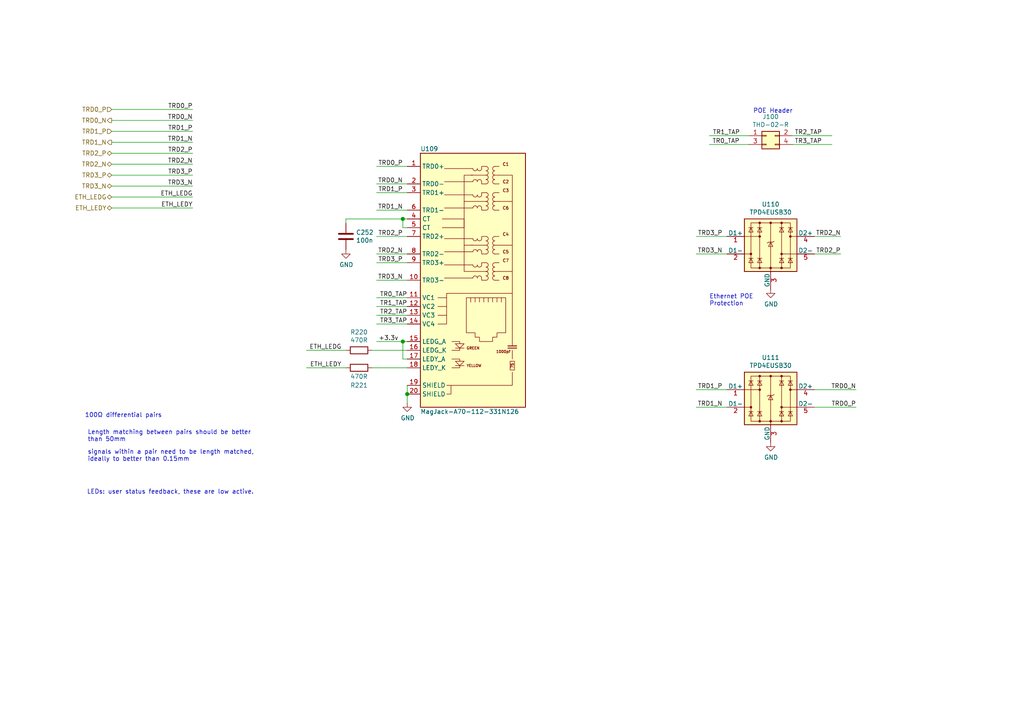
<source format=kicad_sch>
(kicad_sch (version 20210126) (generator eeschema)
  (paper "A4")
  (lib_symbols
    (symbol "CM4IO:MagJack-A70-112-331N126"
      (property "Reference" "U" (at 0 0 0))
      (property "Value" "MagJack-A70-112-331N126" (at 0 0 0))
      (symbol "MagJack-A70-112-331N126_0_1"
        (polyline (pts (xy 1.27 40.64) (xy -5.08 40.64) (xy -5.08 48.26) (xy -2.54 48.26) (xy -5.08 48.26)))
        (polyline (pts (xy 1.27 60.96) (xy -5.08 60.96) (xy -5.08 68.58) (xy -2.54 68.58) (xy -5.08 68.58)))
      )
      (symbol "MagJack-A70-112-331N126_1_1"
        (arc (start -1.27 38.735) (end -2.54 38.735) (radius (at -1.905 38.735) (length 0.635) (angles 0.1 179.9)))
        (arc (start -2.54 42.545) (end -1.27 42.545) (radius (at -1.905 42.545) (length 0.635) (angles -179.9 -0.1)))
        (arc (start -1.27 46.355) (end -2.54 46.355) (radius (at -1.905 46.355) (length 0.635) (angles 0.1 179.9)))
        (arc (start -2.54 50.165) (end -1.27 50.165) (radius (at -1.905 50.165) (length 0.635) (angles -179.9 -0.1)))
        (arc (start -1.27 59.055) (end -2.54 59.055) (radius (at -1.905 59.055) (length 0.635) (angles 0.1 179.9)))
        (arc (start -2.54 62.865) (end -1.27 62.865) (radius (at -1.905 62.865) (length 0.635) (angles -179.9 -0.1)))
        (arc (start -1.27 66.675) (end -2.54 66.675) (radius (at -1.905 66.675) (length 0.635) (angles 0.1 179.9)))
        (arc (start -2.54 70.485) (end -1.27 70.485) (radius (at -1.905 70.485) (length 0.635) (angles -179.9 -0.1)))
        (arc (start 0 38.735) (end -1.27 38.735) (radius (at -0.635 38.735) (length 0.635) (angles 0.1 179.9)))
        (arc (start -1.27 42.545) (end 0 42.545) (radius (at -0.635 42.545) (length 0.635) (angles -179.9 -0.1)))
        (arc (start 0 46.355) (end -1.27 46.355) (radius (at -0.635 46.355) (length 0.635) (angles 0.1 179.9)))
        (arc (start -1.27 50.165) (end 0 50.165) (radius (at -0.635 50.165) (length 0.635) (angles -179.9 -0.1)))
        (arc (start 0 59.055) (end -1.27 59.055) (radius (at -0.635 59.055) (length 0.635) (angles 0.1 179.9)))
        (arc (start -1.27 62.865) (end 0 62.865) (radius (at -0.635 62.865) (length 0.635) (angles -179.9 -0.1)))
        (arc (start 0 66.675) (end -1.27 66.675) (radius (at -0.635 66.675) (length 0.635) (angles 0.1 179.9)))
        (arc (start -1.27 70.485) (end 0 70.485) (radius (at -0.635 70.485) (length 0.635) (angles -179.9 -0.1)))
        (arc (start 1.27 38.1) (end 1.27 39.37) (radius (at 1.27 38.735) (length 0.635) (angles -89.9 89.9)))
        (arc (start 1.27 39.37) (end 1.27 40.64) (radius (at 1.27 40.005) (length 0.635) (angles -89.9 89.9)))
        (arc (start 1.27 40.64) (end 1.27 41.91) (radius (at 1.27 41.275) (length 0.635) (angles -89.9 89.9)))
        (arc (start 1.27 41.91) (end 1.27 43.18) (radius (at 1.27 42.545) (length 0.635) (angles -89.9 89.9)))
        (arc (start 1.27 45.72) (end 1.27 46.99) (radius (at 1.27 46.355) (length 0.635) (angles -89.9 89.9)))
        (arc (start 1.27 46.99) (end 1.27 48.26) (radius (at 1.27 47.625) (length 0.635) (angles -89.9 89.9)))
        (arc (start 1.27 48.26) (end 1.27 49.53) (radius (at 1.27 48.895) (length 0.635) (angles -89.9 89.9)))
        (arc (start 1.27 49.53) (end 1.27 50.8) (radius (at 1.27 50.165) (length 0.635) (angles -89.9 89.9)))
        (arc (start 1.27 58.42) (end 1.27 59.69) (radius (at 1.27 59.055) (length 0.635) (angles -89.9 89.9)))
        (arc (start 1.27 59.69) (end 1.27 60.96) (radius (at 1.27 60.325) (length 0.635) (angles -89.9 89.9)))
        (arc (start 1.27 60.96) (end 1.27 62.23) (radius (at 1.27 61.595) (length 0.635) (angles -89.9 89.9)))
        (arc (start 1.27 62.23) (end 1.27 63.5) (radius (at 1.27 62.865) (length 0.635) (angles -89.9 89.9)))
        (arc (start 1.27 66.04) (end 1.27 67.31) (radius (at 1.27 66.675) (length 0.635) (angles -89.9 89.9)))
        (arc (start 1.27 67.31) (end 1.27 68.58) (radius (at 1.27 67.945) (length 0.635) (angles -89.9 89.9)))
        (arc (start 1.27 68.58) (end 1.27 69.85) (radius (at 1.27 69.215) (length 0.635) (angles -89.9 89.9)))
        (arc (start 1.27 69.85) (end 1.27 71.12) (radius (at 1.27 70.485) (length 0.635) (angles -89.9 89.9)))
        (arc (start 3.81 39.37) (end 3.81 38.1) (radius (at 3.81 38.735) (length 0.635) (angles 90.1 -90.1)))
        (arc (start 3.81 40.64) (end 3.81 39.37) (radius (at 3.81 40.005) (length 0.635) (angles 90.1 -90.1)))
        (arc (start 3.81 41.91) (end 3.81 40.64) (radius (at 3.81 41.275) (length 0.635) (angles 90.1 -90.1)))
        (arc (start 3.81 43.18) (end 3.81 41.91) (radius (at 3.81 42.545) (length 0.635) (angles 90.1 -90.1)))
        (arc (start 3.81 46.99) (end 3.81 45.72) (radius (at 3.81 46.355) (length 0.635) (angles 90.1 -90.1)))
        (arc (start 3.81 48.26) (end 3.81 46.99) (radius (at 3.81 47.625) (length 0.635) (angles 90.1 -90.1)))
        (arc (start 3.81 49.53) (end 3.81 48.26) (radius (at 3.81 48.895) (length 0.635) (angles 90.1 -90.1)))
        (arc (start 3.81 50.8) (end 3.81 49.53) (radius (at 3.81 50.165) (length 0.635) (angles 90.1 -90.1)))
        (arc (start 3.81 59.69) (end 3.81 58.42) (radius (at 3.81 59.055) (length 0.635) (angles 90.1 -90.1)))
        (arc (start 3.81 60.96) (end 3.81 59.69) (radius (at 3.81 60.325) (length 0.635) (angles 90.1 -90.1)))
        (arc (start 3.81 62.23) (end 3.81 60.96) (radius (at 3.81 61.595) (length 0.635) (angles 90.1 -90.1)))
        (arc (start 3.81 63.5) (end 3.81 62.23) (radius (at 3.81 62.865) (length 0.635) (angles 90.1 -90.1)))
        (arc (start 3.81 67.31) (end 3.81 66.04) (radius (at 3.81 66.675) (length 0.635) (angles 90.1 -90.1)))
        (arc (start 3.81 68.58) (end 3.81 67.31) (radius (at 3.81 67.945) (length 0.635) (angles 90.1 -90.1)))
        (arc (start 3.81 69.85) (end 3.81 68.58) (radius (at 3.81 69.215) (length 0.635) (angles 90.1 -90.1)))
        (arc (start 3.81 71.12) (end 3.81 69.85) (radius (at 3.81 70.485) (length 0.635) (angles 90.1 -90.1)))
        (text "1000pF" (at 6.35 17.399 0) (effects (font (size 0.762 0.762))))
        (text "75" (at 8.89 13.335 900) (effects (font (size 0.762 0.762))))
        (text "C1" (at 6.985 71.755 0) (effects (font (size 0.889 0.889))))
        (text "C2" (at 6.985 66.675 0) (effects (font (size 0.889 0.889))))
        (text "C3" (at 6.985 64.135 0) (effects (font (size 0.889 0.889))))
        (text "C4" (at 6.985 51.435 0) (effects (font (size 0.889 0.889))))
        (text "C5" (at 6.985 46.355 0) (effects (font (size 0.889 0.889))))
        (text "C6" (at 6.985 59.055 0) (effects (font (size 0.889 0.889))))
        (text "C7" (at 6.985 43.815 0) (effects (font (size 0.889 0.889))))
        (text "C8" (at 6.985 38.735 0) (effects (font (size 0.889 0.889))))
        (text "GREEN" (at -4.445 18.415 0) (effects (font (size 0.762 0.762)) (justify left)))
        (text "YELLOW" (at -4.445 13.335 0) (effects (font (size 0.762 0.762)) (justify left)))
        (rectangle (start 9.525 12.065) (end 8.255 14.605))
        (rectangle (start -17.78 1.27) (end 12.7 74.93) (stroke (width 0.254)) (fill (type background)))
        (polyline (pts (xy -12.7 27.94) (xy -10.16 27.94)))
        (polyline (pts (xy -12.7 30.48) (xy -10.16 30.48)))
        (polyline (pts (xy -12.7 33.02) (xy -10.16 33.02)))
        (polyline (pts (xy -10.16 33.02) (xy -10.16 34.29)))
        (polyline (pts (xy -5.08 13.335) (xy -7.62 13.335)))
        (polyline (pts (xy -5.08 18.415) (xy -7.62 18.415)))
        (polyline (pts (xy -5.08 48.26) (xy -5.08 60.96)))
        (polyline (pts (xy -3.175 31.75) (xy -3.175 33.02)))
        (polyline (pts (xy -3.175 48.26) (xy 1.27 48.26)))
        (polyline (pts (xy -3.175 68.58) (xy 1.27 68.58)))
        (polyline (pts (xy -2.54 38.735) (xy -10.795 38.735)))
        (polyline (pts (xy -2.54 42.545) (xy -10.795 42.545)))
        (polyline (pts (xy -2.54 46.355) (xy -10.795 46.355)))
        (polyline (pts (xy -2.54 50.165) (xy -10.795 50.165)))
        (polyline (pts (xy -2.54 59.055) (xy -10.795 59.055)))
        (polyline (pts (xy -2.54 62.865) (xy -10.795 62.865)))
        (polyline (pts (xy -2.54 66.675) (xy -10.795 66.675)))
        (polyline (pts (xy -2.54 70.485) (xy -10.795 70.485)))
        (polyline (pts (xy -1.905 33.02) (xy -1.905 31.75)))
        (polyline (pts (xy -0.635 33.02) (xy -0.635 31.75)))
        (polyline (pts (xy 0.635 33.02) (xy 0.635 31.75)))
        (polyline (pts (xy 1.905 33.02) (xy 1.905 31.75)))
        (polyline (pts (xy 3.175 33.02) (xy 3.175 31.75)))
        (polyline (pts (xy 3.81 38.1) (xy 5.08 38.1)))
        (polyline (pts (xy 3.81 40.64) (xy 5.08 40.64)))
        (polyline (pts (xy 3.81 43.18) (xy 5.08 43.18)))
        (polyline (pts (xy 3.81 45.72) (xy 5.08 45.72)))
        (polyline (pts (xy 3.81 48.26) (xy 5.08 48.26)))
        (polyline (pts (xy 3.81 50.8) (xy 5.08 50.8)))
        (polyline (pts (xy 3.81 58.42) (xy 5.08 58.42)))
        (polyline (pts (xy 3.81 60.96) (xy 5.08 60.96)))
        (polyline (pts (xy 3.81 63.5) (xy 5.08 63.5)))
        (polyline (pts (xy 3.81 66.04) (xy 5.08 66.04)))
        (polyline (pts (xy 3.81 68.58) (xy 5.08 68.58)))
        (polyline (pts (xy 3.81 71.12) (xy 5.08 71.12)))
        (polyline (pts (xy 4.445 31.75) (xy 4.445 33.02)))
        (polyline (pts (xy 5.08 40.64) (xy 8.89 40.64)))
        (polyline (pts (xy 5.08 48.26) (xy 8.89 48.26)))
        (polyline (pts (xy 5.08 60.96) (xy 8.89 60.96)))
        (polyline (pts (xy 5.715 31.75) (xy 5.715 33.02)))
        (polyline (pts (xy 7.62 18.415) (xy 10.16 18.415)) (stroke (width 0.254)))
        (polyline (pts (xy 7.62 19.05) (xy 10.16 19.05)) (stroke (width 0.254)))
        (polyline (pts (xy 8.89 15.24) (xy 8.89 17.78)))
        (polyline (pts (xy 8.89 19.05) (xy 8.89 34.29)))
        (polyline (pts (xy -10.16 33.02) (xy -10.16 25.4) (xy -12.7 25.4)))
        (polyline (pts (xy -8.636 12.7) (xy -6.35 12.7) (xy -6.35 13.335)))
        (polyline (pts (xy -8.636 15.24) (xy -6.35 15.24) (xy -6.35 14.605)))
        (polyline (pts (xy -8.636 20.32) (xy -6.35 20.32) (xy -6.35 19.685)))
        (polyline (pts (xy -6.35 18.415) (xy -6.35 17.78) (xy -8.636 17.78)))
        (polyline (pts (xy 0 38.735) (xy 0 38.1) (xy 1.27 38.1)))
        (polyline (pts (xy 0 46.355) (xy 0 45.72) (xy 1.27 45.72)))
        (polyline (pts (xy 0 59.055) (xy 0 58.42) (xy 1.27 58.42)))
        (polyline (pts (xy 0 66.675) (xy 0 66.04) (xy 1.27 66.04)))
        (polyline (pts (xy 1.27 43.18) (xy 0 43.18) (xy 0 42.545)))
        (polyline (pts (xy 1.27 50.8) (xy 0 50.8) (xy 0 50.165)))
        (polyline (pts (xy 1.27 63.5) (xy 0 63.5) (xy 0 62.865)))
        (polyline (pts (xy 1.27 71.12) (xy 0 71.12) (xy 0 70.485)))
        (polyline (pts (xy -11.43 53.34) (xy -5.08 53.34) (xy -5.08 55.88) (xy -11.43 55.88)))
        (polyline (pts (xy -10.16 34.29) (xy 8.89 34.29) (xy 8.89 68.58) (xy 5.08 68.58)))
        (polyline (pts (xy -7.62 19.685) (xy -5.08 19.685) (xy -6.35 18.415) (xy -7.62 19.685)))
        (polyline (pts (xy -5.08 14.605) (xy -7.62 14.605) (xy -6.35 13.335) (xy -5.08 14.605)))
        (polyline (pts (xy -10.16 5.08) (xy -8.89 5.08) (xy -8.89 7.62) (xy -10.16 7.62) (xy -8.89 7.62) (xy 8.89 7.62) (xy 8.89 11.43)))
        (polyline (pts (xy -4.445 33.02) (xy 6.985 33.02) (xy 6.985 22.86) (xy 4.445 22.86) (xy 4.445 21.59) (xy 3.175 21.59) (xy 3.175 20.32) (xy -0.635 20.32) (xy -0.635 21.59) (xy -1.905 21.59) (xy -1.905 22.86) (xy -4.445 22.86) (xy -4.445 33.02)))
        (pin passive line (at -21.59 71.12 0) (length 3.81) (name "TRD0+") (number "1"))
        (pin passive line (at -21.59 38.1 0) (length 3.81) (name "TRD3-") (number "10"))
        (pin passive line (at -21.59 33.02 0) (length 3.81) (name "VC1") (number "11"))
        (pin passive line (at -21.59 30.48 0) (length 3.81) (name "VC2") (number "12"))
        (pin passive line (at -21.59 27.94 0) (length 3.81) (name "VC3") (number "13"))
        (pin passive line (at -21.59 25.4 0) (length 3.81) (name "VC4") (number "14"))
        (pin passive line (at -21.59 20.32 0) (length 3.81) (name "LEDG_A") (number "15"))
        (pin passive line (at -21.59 17.78 0) (length 3.81) (name "LEDG_K") (number "16"))
        (pin passive line (at -21.59 15.24 0) (length 3.81) (name "LEDY_A") (number "17"))
        (pin passive line (at -21.59 12.7 0) (length 3.81) (name "LEDY_K") (number "18"))
        (pin passive line (at -21.59 7.62 0) (length 3.81) (name "SHIELD") (number "19"))
        (pin passive line (at -21.59 66.04 0) (length 3.81) (name "TRD0-") (number "2"))
        (pin passive line (at -21.59 5.08 0) (length 3.81) (name "SHIELD") (number "20"))
        (pin passive line (at -21.59 63.5 0) (length 3.81) (name "TRD1+") (number "3"))
        (pin passive line (at -21.59 55.88 0) (length 3.81) (name "CT") (number "4"))
        (pin passive line (at -21.59 53.34 0) (length 3.81) (name "CT") (number "5"))
        (pin passive line (at -21.59 58.42 0) (length 3.81) (name "TRD1-") (number "6"))
        (pin passive line (at -21.59 50.8 0) (length 3.81) (name "TRD2+") (number "7"))
        (pin passive line (at -21.59 45.72 0) (length 3.81) (name "TRD2-") (number "8"))
        (pin passive line (at -21.59 43.18 0) (length 3.81) (name "TRD3+") (number "9"))
      )
    )
    (symbol "CM4IO:TPD4EUSB30" (pin_names (offset 0))
      (property "Reference" "U" (at -0.635 8.89 0))
      (property "Value" "TPD4EUSB30" (at 8.89 -10.16 0))
      (symbol "TPD4EUSB30_0_0"
        (rectangle (start -5.715 6.477) (end 5.715 -6.604))
        (polyline (pts (xy -3.175 -6.604) (xy -3.175 6.477)))
        (polyline (pts (xy 0 6.477) (xy 0 -6.604)))
        (polyline (pts (xy 3.175 6.477) (xy 3.175 -6.604)))
      )
      (symbol "TPD4EUSB30_0_1"
        (circle (center -5.715 -2.54) (radius 0.2794) (fill (type outline)))
        (circle (center -3.175 -6.604) (radius 0.2794) (fill (type outline)))
        (circle (center -3.175 2.54) (radius 0.2794) (fill (type outline)))
        (circle (center -3.175 6.477) (radius 0.2794) (fill (type outline)))
        (circle (center 0 -6.604) (radius 0.2794) (fill (type outline)))
        (circle (center 0 6.477) (radius 0.2794) (fill (type outline)))
        (circle (center 3.175 -6.604) (radius 0.2794) (fill (type outline)))
        (circle (center 3.175 -2.54) (radius 0.2794) (fill (type outline)))
        (circle (center 3.175 6.477) (radius 0.2794) (fill (type outline)))
        (circle (center 5.715 2.54) (radius 0.2794) (fill (type outline)))
        (rectangle (start -7.62 7.62) (end 7.62 -7.62) (stroke (width 0.254)) (fill (type background)))
        (polyline (pts (xy -7.747 2.54) (xy -3.175 2.54)))
        (polyline (pts (xy -7.62 -2.54) (xy -5.715 -2.54)))
        (polyline (pts (xy -5.08 -3.81) (xy -6.35 -3.81)))
        (polyline (pts (xy -5.08 5.08) (xy -6.35 5.08)))
        (polyline (pts (xy -2.54 -3.81) (xy -3.81 -3.81)))
        (polyline (pts (xy -2.54 5.08) (xy -3.81 5.08)))
        (polyline (pts (xy -0.635 0.889) (xy -1.016 0.635)))
        (polyline (pts (xy 0 -6.604) (xy 0 -7.62)))
        (polyline (pts (xy 0.635 0.889) (xy -0.635 0.889)))
        (polyline (pts (xy 0.635 0.889) (xy 1.016 1.143)))
        (polyline (pts (xy 3.81 -3.81) (xy 2.54 -3.81)))
        (polyline (pts (xy 3.81 5.08) (xy 2.54 5.08)))
        (polyline (pts (xy 6.35 -3.81) (xy 5.08 -3.81)))
        (polyline (pts (xy 6.35 5.08) (xy 5.08 5.08)))
        (polyline (pts (xy 7.62 -2.54) (xy 3.175 -2.54)))
        (polyline (pts (xy 7.62 2.54) (xy 5.715 2.54)))
        (polyline (pts (xy -5.08 -5.08) (xy -6.35 -5.08) (xy -5.715 -3.81) (xy -5.08 -5.08)))
        (polyline (pts (xy -5.08 3.81) (xy -6.35 3.81) (xy -5.715 5.08) (xy -5.08 3.81)))
        (polyline (pts (xy -2.54 -5.08) (xy -3.81 -5.08) (xy -3.175 -3.81) (xy -2.54 -5.08)))
        (polyline (pts (xy -2.54 3.81) (xy -3.81 3.81) (xy -3.175 5.08) (xy -2.54 3.81)))
        (polyline (pts (xy 0.635 -0.381) (xy -0.635 -0.381) (xy 0 0.889) (xy 0.635 -0.381)))
        (polyline (pts (xy 3.81 -5.08) (xy 2.54 -5.08) (xy 3.175 -3.81) (xy 3.81 -5.08)))
        (polyline (pts (xy 3.81 3.81) (xy 2.54 3.81) (xy 3.175 5.08) (xy 3.81 3.81)))
        (polyline (pts (xy 6.35 -5.08) (xy 5.08 -5.08) (xy 5.715 -3.81) (xy 6.35 -5.08)))
        (polyline (pts (xy 6.35 3.81) (xy 5.08 3.81) (xy 5.715 5.08) (xy 6.35 3.81)))
      )
      (symbol "TPD4EUSB30_1_1"
        (pin passive line (at -12.7 2.54 0) (length 5.08) (name "D1+") (number "1"))
        (pin passive line (at -12.7 2.54 0) (length 5.08) hide (name "~") (number "10"))
        (pin passive line (at -12.7 -2.54 0) (length 5.08) (name "D1-") (number "2"))
        (pin power_in line (at 0 -12.7 90) (length 5.08) (name "GND") (number "3"))
        (pin passive line (at 12.7 2.54 180) (length 5.08) (name "D2+") (number "4"))
        (pin passive line (at 12.7 -2.54 180) (length 5.08) (name "D2-") (number "5"))
        (pin passive line (at 12.7 -2.54 180) (length 5.08) hide (name "~") (number "6"))
        (pin passive line (at 12.7 2.54 180) (length 5.08) hide (name "~") (number "7"))
        (pin passive line (at 0 -12.7 90) (length 5.08) hide (name "GND") (number "8"))
        (pin passive line (at -12.7 -2.54 0) (length 5.08) hide (name "~") (number "9"))
      )
    )
    (symbol "Connector_Generic:Conn_02x02_Odd_Even" (pin_names hide)
      (property "Reference" "J" (at 1.27 2.54 0))
      (property "Value" "Conn_02x02_Odd_Even" (at 1.27 -5.08 0))
      (symbol "Conn_02x02_Odd_Even_1_1"
        (rectangle (start -1.27 -2.413) (end 0 -2.667))
        (rectangle (start -1.27 0.127) (end 0 -0.127))
        (rectangle (start 3.81 -2.413) (end 2.54 -2.667))
        (rectangle (start 3.81 0.127) (end 2.54 -0.127))
        (rectangle (start -1.27 1.27) (end 3.81 -3.81) (stroke (width 0.254)) (fill (type background)))
        (pin passive line (at -5.08 0 0) (length 3.81) (name "Pin_1") (number "1"))
        (pin passive line (at 7.62 0 180) (length 3.81) (name "Pin_2") (number "2"))
        (pin passive line (at -5.08 -2.54 0) (length 3.81) (name "Pin_3") (number "3"))
        (pin passive line (at 7.62 -2.54 180) (length 3.81) (name "Pin_4") (number "4"))
      )
    )
    (symbol "Device:C" (pin_numbers hide) (pin_names (offset 0.254))
      (property "Reference" "C" (at 0.635 2.54 0))
      (property "Value" "C" (at 0.635 -2.54 0))
      (symbol "C_0_1"
        (polyline (pts (xy -2.032 -0.762) (xy 2.032 -0.762)) (stroke (width 0.508)))
        (polyline (pts (xy -2.032 0.762) (xy 2.032 0.762)) (stroke (width 0.508)))
      )
      (symbol "C_1_1"
        (pin passive line (at 0 3.81 270) (length 2.794) (name "~") (number "1"))
        (pin passive line (at 0 -3.81 90) (length 2.794) (name "~") (number "2"))
      )
    )
    (symbol "Device:R" (pin_numbers hide) (pin_names (offset 0))
      (property "Reference" "R" (at 2.032 0 90))
      (property "Value" "R" (at 0 0 90))
      (symbol "R_0_1"
        (rectangle (start -1.016 -2.54) (end 1.016 2.54) (stroke (width 0.254)))
      )
      (symbol "R_1_1"
        (pin passive line (at 0 3.81 270) (length 1.27) (name "~") (number "1"))
        (pin passive line (at 0 -3.81 90) (length 1.27) (name "~") (number "2"))
      )
    )
    (symbol "power:GND" (power) (pin_names (offset 0))
      (property "Value" "GND" (at 0 -3.81 0))
      (symbol "GND_0_1"
        (polyline (pts (xy 0 0) (xy 0 -1.27) (xy 1.27 -1.27) (xy 0 -2.54) (xy -1.27 -1.27) (xy 0 -1.27)))
      )
      (symbol "GND_1_1"
        (pin power_in line (at 0 0 270) (length 0) hide (name "GND") (number "1"))
      )
    )
  )
  (junction (at 116.84 63.5) (diameter 1.016))
  (junction (at 116.84 99.06) (diameter 1.016))
  (junction (at 118.11 114.3) (diameter 1.016))
  (wire (pts (xy 32.385 31.75) (xy 55.88 31.75)))
  (wire (pts (xy 32.385 34.925) (xy 55.88 34.925)))
  (wire (pts (xy 32.385 38.1) (xy 55.88 38.1)))
  (wire (pts (xy 32.385 41.275) (xy 55.88 41.275)))
  (wire (pts (xy 32.385 44.45) (xy 55.88 44.45)))
  (wire (pts (xy 32.385 47.625) (xy 55.88 47.625)))
  (wire (pts (xy 32.385 50.8) (xy 55.88 50.8)))
  (wire (pts (xy 32.385 53.975) (xy 55.88 53.975)))
  (wire (pts (xy 32.385 57.15) (xy 55.88 57.15)))
  (wire (pts (xy 32.385 60.325) (xy 55.88 60.325)))
  (wire (pts (xy 88.9 101.6) (xy 100.33 101.6)))
  (wire (pts (xy 88.9 106.68) (xy 100.33 106.68)))
  (wire (pts (xy 100.33 63.5) (xy 116.84 63.5)))
  (wire (pts (xy 100.33 64.77) (xy 100.33 63.5)))
  (wire (pts (xy 107.95 101.6) (xy 118.11 101.6)))
  (wire (pts (xy 107.95 106.68) (xy 118.11 106.68)))
  (wire (pts (xy 109.22 48.26) (xy 118.11 48.26)))
  (wire (pts (xy 109.22 53.34) (xy 118.11 53.34)))
  (wire (pts (xy 109.22 55.88) (xy 118.11 55.88)))
  (wire (pts (xy 109.22 60.96) (xy 118.11 60.96)))
  (wire (pts (xy 109.22 68.58) (xy 118.11 68.58)))
  (wire (pts (xy 109.22 73.66) (xy 118.11 73.66)))
  (wire (pts (xy 109.22 76.2) (xy 118.11 76.2)))
  (wire (pts (xy 109.22 81.28) (xy 118.11 81.28)))
  (wire (pts (xy 109.22 86.36) (xy 118.11 86.36)))
  (wire (pts (xy 109.22 88.9) (xy 118.11 88.9)))
  (wire (pts (xy 109.22 91.44) (xy 118.11 91.44)))
  (wire (pts (xy 109.22 93.98) (xy 118.11 93.98)))
  (wire (pts (xy 109.22 99.06) (xy 116.84 99.06)))
  (wire (pts (xy 116.84 66.04) (xy 116.84 63.5)))
  (wire (pts (xy 116.84 99.06) (xy 118.11 99.06)))
  (wire (pts (xy 116.84 104.14) (xy 116.84 99.06)))
  (wire (pts (xy 118.11 63.5) (xy 116.84 63.5)))
  (wire (pts (xy 118.11 66.04) (xy 116.84 66.04)))
  (wire (pts (xy 118.11 104.14) (xy 116.84 104.14)))
  (wire (pts (xy 118.11 111.76) (xy 118.11 114.3)))
  (wire (pts (xy 118.11 114.3) (xy 118.11 116.84)))
  (wire (pts (xy 201.93 68.58) (xy 210.82 68.58)))
  (wire (pts (xy 201.93 73.66) (xy 210.82 73.66)))
  (wire (pts (xy 201.93 113.03) (xy 210.82 113.03)))
  (wire (pts (xy 205.74 39.37) (xy 217.17 39.37)))
  (wire (pts (xy 205.74 41.91) (xy 217.17 41.91)))
  (wire (pts (xy 210.82 118.11) (xy 201.93 118.11)))
  (wire (pts (xy 229.87 39.37) (xy 241.3 39.37)))
  (wire (pts (xy 229.87 41.91) (xy 241.3 41.91)))
  (wire (pts (xy 236.22 68.58) (xy 243.84 68.58)))
  (wire (pts (xy 236.22 73.66) (xy 243.84 73.66)))
  (wire (pts (xy 236.22 113.03) (xy 248.285 113.03)))
  (wire (pts (xy 236.22 118.11) (xy 248.285 118.11)))
  (text "Length matching between pairs should be better\nthan 50mm" (at 25.4 128.27 0) (effects (font (size 1.27 1.27)) (justify left bottom)))
  (text "signals within a pair need to be length matched,\nideally to better than 0.15mm" (at 25.4 133.985 0) (effects (font (size 1.27 1.27)) (justify left bottom)))
  (text "100Ω differential pairs" (at 46.99 121.285 180) (effects (font (size 1.27 1.27)) (justify right bottom)))
  (text "LEDs: user status feedback, these are low active." (at 73.66 143.51 180) (effects (font (size 1.27 1.27)) (justify right bottom)))
  (text "Ethernet POE\nProtection" (at 205.74 88.9 0) (effects (font (size 1.27 1.27)) (justify left bottom)))
  (text "POE Header" (at 218.44 33.02 0) (effects (font (size 1.27 1.27)) (justify left bottom)))
  (label "TRD0_P" (at 55.88 31.75 180))
  (label "TRD0_N" (at 55.88 34.925 180))
  (label "TRD1_P" (at 55.88 38.1 180))
  (label "TRD1_N" (at 55.88 41.275 180))
  (label "TRD2_P" (at 55.88 44.45 180))
  (label "TRD2_N" (at 55.88 47.625 180))
  (label "TRD3_P" (at 55.88 50.8 180))
  (label "TRD3_N" (at 55.88 53.975 180))
  (label "ETH_LEDG" (at 55.88 57.15 180))
  (label "ETH_LEDY" (at 55.88 60.325 180))
  (label "ETH_LEDG" (at 99.06 101.6 180))
  (label "ETH_LEDY" (at 99.06 106.68 180))
  (label "+3.3v" (at 115.57 99.06 180))
  (label "TRD0_P" (at 116.84 48.26 180))
  (label "TRD0_N" (at 116.84 53.34 180))
  (label "TRD1_P" (at 116.84 55.88 180))
  (label "TRD1_N" (at 116.84 60.96 180))
  (label "TRD2_P" (at 116.84 68.58 180))
  (label "TRD2_N" (at 116.84 73.66 180))
  (label "TRD3_P" (at 116.84 76.2 180))
  (label "TRD3_N" (at 116.84 81.28 180))
  (label "TR0_TAP" (at 118.11 86.36 180))
  (label "TR1_TAP" (at 118.11 88.9 180))
  (label "TR2_TAP" (at 118.11 91.44 180))
  (label "TR3_TAP" (at 118.11 93.98 180))
  (label "TRD3_P" (at 209.55 68.58 180))
  (label "TRD3_N" (at 209.55 73.66 180))
  (label "TRD1_P" (at 209.55 113.03 180))
  (label "TRD1_N" (at 209.55 118.11 180))
  (label "TR0_TAP" (at 214.5284 41.91 180))
  (label "TR1_TAP" (at 214.63 39.37 180))
  (label "TR3_TAP" (at 238.4044 41.91 180))
  (label "TR2_TAP" (at 238.4298 39.37 180))
  (label "TRD2_N" (at 243.84 68.58 180))
  (label "TRD2_P" (at 243.84 73.66 180))
  (label "TRD0_N" (at 248.285 113.03 180))
  (label "TRD0_P" (at 248.285 118.11 180))
  (hierarchical_label "TRD0_P" (shape input) (at 32.385 31.75 180))
  (hierarchical_label "TRD0_N" (shape output) (at 32.385 34.925 180))
  (hierarchical_label "TRD1_P" (shape input) (at 32.385 38.1 180))
  (hierarchical_label "TRD1_N" (shape output) (at 32.385 41.275 180))
  (hierarchical_label "TRD2_P" (shape bidirectional) (at 32.385 44.45 180))
  (hierarchical_label "TRD2_N" (shape bidirectional) (at 32.385 47.625 180))
  (hierarchical_label "TRD3_P" (shape bidirectional) (at 32.385 50.8 180))
  (hierarchical_label "TRD3_N" (shape bidirectional) (at 32.385 53.975 180))
  (hierarchical_label "ETH_LEDG" (shape bidirectional) (at 32.385 57.15 180))
  (hierarchical_label "ETH_LEDY" (shape bidirectional) (at 32.385 60.325 180))
  (symbol (lib_id "power:GND") (at 100.33 72.39 0)
    (property "Reference" "#PWR0477" (effects hide))
    (property "Value" "GND" (at 100.457 76.7842 0))
  )
  (symbol (lib_id "power:GND") (at 118.11 116.84 0)
    (property "Reference" "#PWR0478" (effects hide))
    (property "Value" "GND" (at 118.237 121.2342 0))
  )
  (symbol (lib_id "power:GND") (at 223.52 83.82 0)
    (property "Reference" "#PWR0479" (effects hide))
    (property "Value" "GND" (at 223.647 88.2142 0))
  )
  (symbol (lib_id "power:GND") (at 223.52 128.27 0)
    (property "Reference" "#PWR0480" (effects hide))
    (property "Value" "GND" (at 223.647 132.6642 0))
  )
  (symbol (lib_id "Device:R") (at 104.14 101.6 270)
    (property "Reference" "R220" (at 104.14 96.3422 90))
    (property "Value" "470R" (at 104.14 98.6536 90))
    (property "Footprint" "Resistor_SMD:R_0402_1005Metric" (effects hide))
    (property "Datasheet" "https://fscdn.rohm.com/en/products/databook/datasheet/passive/resistor/chip_resistor/mcr-e.pdf" (effects hide))
    (property "Field4" "Farnell" (effects hide))
    (property "Field5" "9239197" (effects hide))
    (property "Field7" "KOA EUROPE GMBH" (effects hide))
    (property "Field6" "RK73G1ETQTP4700D         " (effects hide))
    (property "Field8" "120887981" (effects hide))
    (property "Part Description" "Resistor 470R M1005 1% 63mW" (effects hide))
  )
  (symbol (lib_id "Device:R") (at 104.14 106.68 270)
    (property "Reference" "R221" (at 104.14 111.76 90))
    (property "Value" "470R" (at 104.14 109.22 90))
    (property "Footprint" "Resistor_SMD:R_0402_1005Metric" (effects hide))
    (property "Datasheet" "https://fscdn.rohm.com/en/products/databook/datasheet/passive/resistor/chip_resistor/mcr-e.pdf" (effects hide))
    (property "Field4" "Farnell" (effects hide))
    (property "Field5" "9239197" (effects hide))
    (property "Field7" "KOA EUROPE GMBH" (effects hide))
    (property "Field6" "RK73G1ETQTP4700D         " (effects hide))
    (property "Field8" "120887981" (effects hide))
    (property "Part Description" "Resistor 470R M1005 1% 63mW" (effects hide))
  )
  (symbol (lib_id "Device:C") (at 100.33 68.58 0)
    (property "Reference" "C252" (at 103.251 67.4116 0) (effects (justify left)))
    (property "Value" "100n" (at 103.251 69.723 0) (effects (justify left)))
    (property "Footprint" "Capacitor_SMD:C_0402_1005Metric" (effects hide))
    (property "Datasheet" "https://search.murata.co.jp/Ceramy/image/img/A01X/G101/ENG/GRM155R71C104KA88-01.pdf" (effects hide))
    (property "Field4" "Farnell" (effects hide))
    (property "Field5" "2611911" (effects hide))
    (property "Field6" "RM EMK105 B7104KV-F" (effects hide))
    (property "Field7" "TAIYO YUDEN EUROPE GMBH" (effects hide))
    (property "Part Description" "	0.1uF 10% 16V Ceramic Capacitor X7R 0402 (1005 Metric)" (effects hide))
    (property "Field8" "110091611" (effects hide))
  )
  (symbol (lib_id "Connector_Generic:Conn_02x02_Odd_Even") (at 222.25 39.37 0)
    (property "Reference" "J100" (at 223.52 33.8582 0))
    (property "Value" "THD-02-R" (at 223.52 36.1696 0))
    (property "Footprint" "Connector_PinHeader_2.54mm:PinHeader_2x02_P2.54mm_Vertical" (effects hide))
    (property "Datasheet" "https://www.toby.co.uk/uploads/publications/1673.pdf" (effects hide))
    (property "Field4" "Toby" (effects hide))
    (property "Field5" "THD-02-R" (effects hide))
    (property "Field6" "151-604-425-761" (effects hide))
    (property "Field7" "EDAC" (effects hide))
    (property "Field8" "UCON00791" (effects hide))
    (property "Part Description" "PinHeader_2x02_P2.54mm_Vertical" (effects hide))
  )
  (symbol (lib_id "CM4IO:TPD4EUSB30") (at 223.52 71.12 0)
    (property "Reference" "U110" (at 223.52 59.2582 0))
    (property "Value" "TPD4EUSB30" (at 223.52 61.5696 0))
    (property "Footprint" "Package_SON:USON-10_2.5x1.0mm_P0.5mm" (effects hide))
    (property "Datasheet" "http://www.ti.com/lit/ds/symlink/tpd2eusb30a.pdf" (effects hide))
    (property "Field4" "Farnell" (effects hide))
    (property "Field5" "2335455" (effects hide))
    (property "Field6" "CDDFN10-3324P-13" (effects hide))
    (property "Field7" "Bourns" (effects hide))
    (property "Field8" "UDIO00346" (effects hide))
    (property "Part Description" "Quad TVS diode for high speed signals (USB3, GigE etc.)" (effects hide))
  )
  (symbol (lib_id "CM4IO:TPD4EUSB30") (at 223.52 115.57 0)
    (property "Reference" "U111" (at 223.52 103.7082 0))
    (property "Value" "TPD4EUSB30" (at 223.52 106.0196 0))
    (property "Footprint" "Package_SON:USON-10_2.5x1.0mm_P0.5mm" (effects hide))
    (property "Datasheet" "http://www.ti.com/lit/ds/symlink/tpd2eusb30a.pdf" (effects hide))
    (property "Field4" "Farnell" (effects hide))
    (property "Field5" "2335455" (effects hide))
    (property "Field6" "CDDFN10-3324P-13" (effects hide))
    (property "Field7" "Bourns" (effects hide))
    (property "Field8" "UDIO00346" (effects hide))
    (property "Part Description" "Quad TVS diode for high speed signals (USB3, GigE etc.)" (effects hide))
  )
  (symbol (lib_id "CM4IO:MagJack-A70-112-331N126") (at 139.7 119.38 0)
    (property "Reference" "U109" (at 121.92 43.18 0) (effects (justify left)))
    (property "Value" "MagJack-A70-112-331N126" (at 121.92 119.38 0) (effects (justify left)))
    (property "Footprint" "ioboard:TRJG0926HENL" (effects hide))
    (property "Datasheet" "https://p.globalsources.com/IMAGES/PDT/SPEC/690/K1160305690.pdf" (effects hide))
    (property "Field6" "TRJG0926HENL" (effects hide))
    (property "Field7" "Trxcon" (effects hide))
    (property "Field8" "UCON00900" (effects hide))
    (property "Part Description" "Gigabit Ethernet Magjack" (effects hide))
  )
)
</source>
